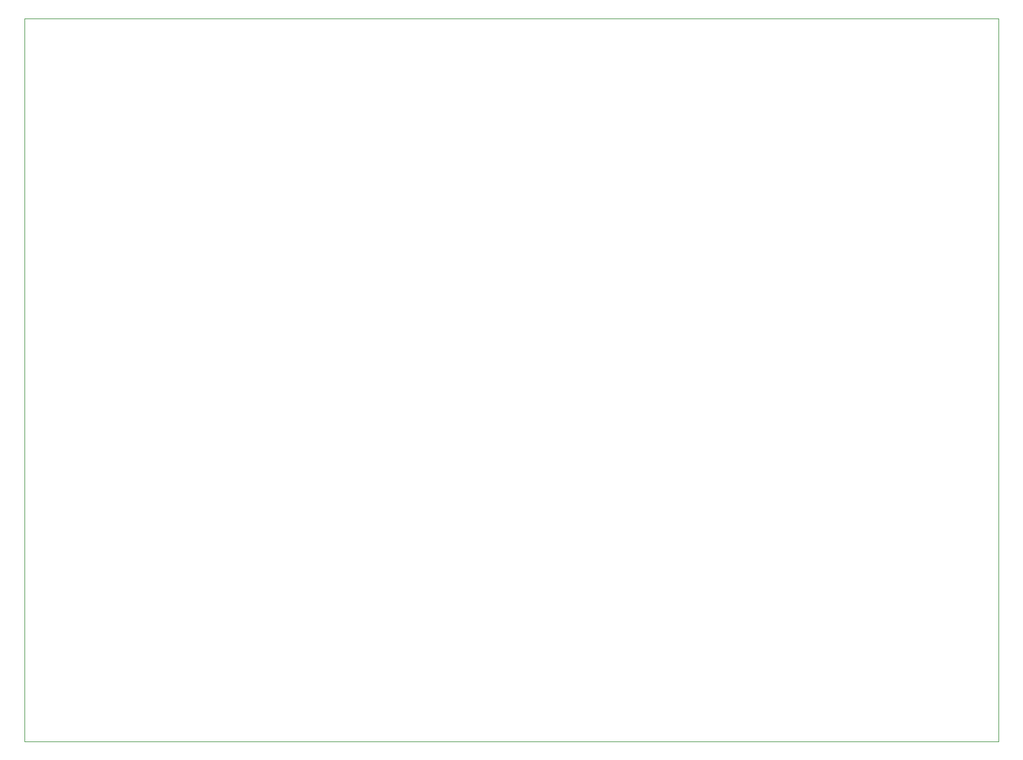
<source format=gm1>
%TF.GenerationSoftware,KiCad,Pcbnew,9.0.4*%
%TF.CreationDate,2025-10-17T10:30:09-05:00*%
%TF.ProjectId,Lab7_302,4c616237-5f33-4303-922e-6b696361645f,rev?*%
%TF.SameCoordinates,Original*%
%TF.FileFunction,Profile,NP*%
%FSLAX46Y46*%
G04 Gerber Fmt 4.6, Leading zero omitted, Abs format (unit mm)*
G04 Created by KiCad (PCBNEW 9.0.4) date 2025-10-17 10:30:09*
%MOMM*%
%LPD*%
G01*
G04 APERTURE LIST*
%TA.AperFunction,Profile*%
%ADD10C,0.050000*%
%TD*%
G04 APERTURE END LIST*
D10*
X71500000Y-46500000D02*
X209500000Y-46500000D01*
X209500000Y-149000000D01*
X71500000Y-149000000D01*
X71500000Y-46500000D01*
M02*

</source>
